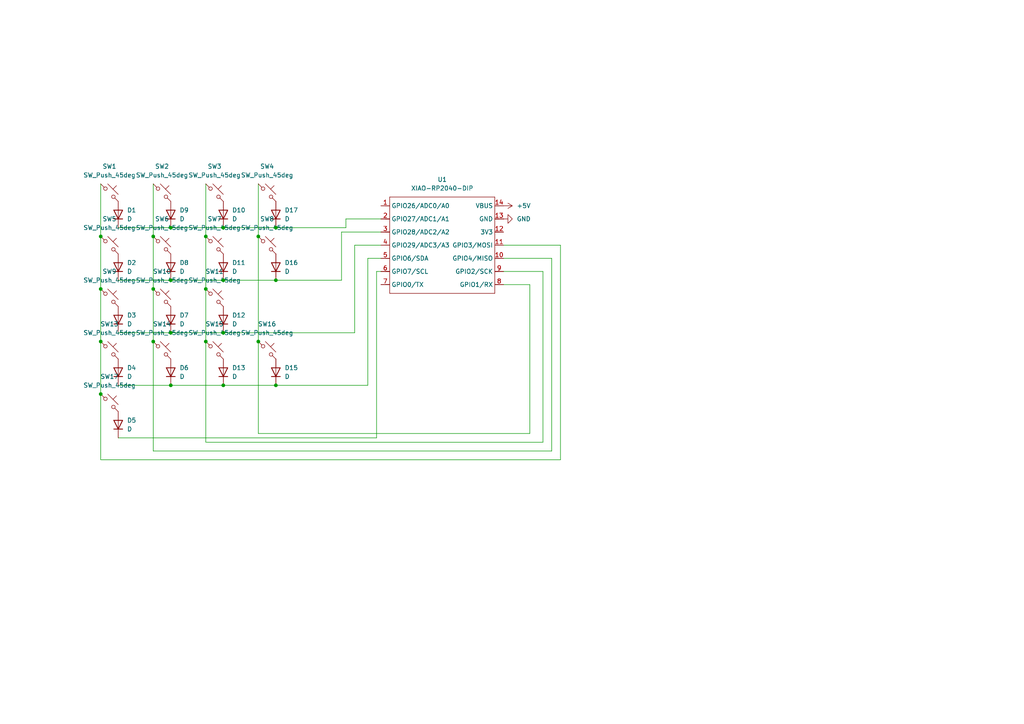
<source format=kicad_sch>
(kicad_sch (version 20250114) (generator "eeschema") (generator_version "9.0")
  (paper "A4")
  (lib_symbols
    (symbol "Device:D" (pin_numbers (hide yes)) (pin_names (offset 1.016) (hide yes))
      (property "Reference" "D" (at 0 2.54 0))
      (property "Value" "D" (at 0 -2.54 0))
      (symbol "D_0_1"
        (polyline (pts (xy -1.27 1.27) (xy -1.27 -1.27)) (stroke (width 0.254)))
        (polyline (pts (xy 1.27 1.27) (xy 1.27 -1.27) (xy -1.27 0) (xy 1.27 1.27)) (stroke (width 0.254)))
        (polyline (pts (xy 1.27 0) (xy -1.27 0)))
      )
      (symbol "D_1_1"
        (pin passive line (at -3.81 0 0) (length 2.54) (name "K") (number "1"))
        (pin passive line (at 3.81 0 180) (length 2.54) (name "A") (number "2"))
      )
    )
    (symbol "OPL:XIAO-RP2040-DIP"
      (property "Reference" "U" (at 0 0 0))
      (property "Value" "XIAO-RP2040-DIP" (at 5.334 -1.778 0))
      (symbol "XIAO-RP2040-DIP_1_0"
        (polyline (pts (xy -1.27 -2.54) (xy 29.21 -2.54)) (stroke (width 0.1524)))
        (polyline (pts (xy -1.27 -5.08) (xy -2.54 -5.08)) (stroke (width 0.1524)))
        (polyline (pts (xy -1.27 -5.08) (xy -1.27 -2.54)) (stroke (width 0.1524)))
        (polyline (pts (xy -1.27 -8.89) (xy -2.54 -8.89)) (stroke (width 0.1524)))
        (polyline (pts (xy -1.27 -8.89) (xy -1.27 -5.08)) (stroke (width 0.1524)))
        (polyline (pts (xy -1.27 -12.7) (xy -2.54 -12.7)) (stroke (width 0.1524)))
        (polyline (pts (xy -1.27 -12.7) (xy -1.27 -8.89)) (stroke (width 0.1524)))
        (polyline (pts (xy -1.27 -16.51) (xy -2.54 -16.51)) (stroke (width 0.1524)))
        (polyline (pts (xy -1.27 -16.51) (xy -1.27 -12.7)) (stroke (width 0.1524)))
        (polyline (pts (xy -1.27 -20.32) (xy -2.54 -20.32)) (stroke (width 0.1524)))
        (polyline (pts (xy -1.27 -24.13) (xy -2.54 -24.13)) (stroke (width 0.1524)))
        (polyline (pts (xy -1.27 -27.94) (xy -2.54 -27.94)) (stroke (width 0.1524)))
        (polyline (pts (xy -1.27 -30.48) (xy -1.27 -16.51)) (stroke (width 0.1524)))
        (polyline (pts (xy 29.21 -2.54) (xy 29.21 -5.08)) (stroke (width 0.1524)))
        (polyline (pts (xy 29.21 -5.08) (xy 29.21 -8.89)) (stroke (width 0.1524)))
        (polyline (pts (xy 29.21 -8.89) (xy 29.21 -12.7)) (stroke (width 0.1524)))
        (polyline (pts (xy 29.21 -12.7) (xy 29.21 -30.48)) (stroke (width 0.1524)))
        (polyline (pts (xy 29.21 -30.48) (xy -1.27 -30.48)) (stroke (width 0.1524)))
        (polyline (pts (xy 30.48 -5.08) (xy 29.21 -5.08)) (stroke (width 0.1524)))
        (polyline (pts (xy 30.48 -8.89) (xy 29.21 -8.89)) (stroke (width 0.1524)))
        (polyline (pts (xy 30.48 -12.7) (xy 29.21 -12.7)) (stroke (width 0.1524)))
        (polyline (pts (xy 30.48 -16.51) (xy 29.21 -16.51)) (stroke (width 0.1524)))
        (polyline (pts (xy 30.48 -20.32) (xy 29.21 -20.32)) (stroke (width 0.1524)))
        (polyline (pts (xy 30.48 -24.13) (xy 29.21 -24.13)) (stroke (width 0.1524)))
        (polyline (pts (xy 30.48 -27.94) (xy 29.21 -27.94)) (stroke (width 0.1524)))
        (pin passive line (at -3.81 -5.08 0) (length 2.54) (name "GPIO26/ADC0/A0") (number "1"))
        (pin passive line (at -3.81 -8.89 0) (length 2.54) (name "GPIO27/ADC1/A1") (number "2"))
        (pin passive line (at -3.81 -12.7 0) (length 2.54) (name "GPIO28/ADC2/A2") (number "3"))
        (pin passive line (at -3.81 -16.51 0) (length 2.54) (name "GPIO29/ADC3/A3") (number "4"))
        (pin passive line (at -3.81 -20.32 0) (length 2.54) (name "GPIO6/SDA") (number "5"))
        (pin passive line (at -3.81 -24.13 0) (length 2.54) (name "GPIO7/SCL") (number "6"))
        (pin passive line (at -3.81 -27.94 0) (length 2.54) (name "GPIO0/TX") (number "7"))
        (pin passive line (at 31.75 -5.08 180) (length 2.54) (name "VBUS") (number "14"))
        (pin passive line (at 31.75 -8.89 180) (length 2.54) (name "GND") (number "13"))
        (pin passive line (at 31.75 -12.7 180) (length 2.54) (name "3V3") (number "12"))
        (pin passive line (at 31.75 -16.51 180) (length 2.54) (name "GPIO3/MOSI") (number "11"))
        (pin passive line (at 31.75 -20.32 180) (length 2.54) (name "GPIO4/MISO") (number "10"))
        (pin passive line (at 31.75 -24.13 180) (length 2.54) (name "GPIO2/SCK") (number "9"))
        (pin passive line (at 31.75 -27.94 180) (length 2.54) (name "GPIO1/RX") (number "8"))
      )
    )
    (symbol "Switch:SW_Push_45deg" (pin_numbers (hide yes)) (pin_names (offset 1.016) (hide yes))
      (property "Reference" "SW" (at 3.048 1.016 0))
      (property "Value" "SW_Push_45deg" (at 0 -3.81 0))
      (symbol "SW_Push_45deg_0_1"
        (polyline (pts (xy -2.54 2.54) (xy -1.524 1.524) (xy -1.524 1.524)))
        (circle (center -1.1684 1.1684) (radius 0.508))
        (polyline (pts (xy -0.508 2.54) (xy 2.54 -0.508)))
        (polyline (pts (xy 1.016 1.016) (xy 2.032 2.032)))
        (circle (center 1.143 -1.1938) (radius 0.508))
        (polyline (pts (xy 1.524 -1.524) (xy 2.54 -2.54) (xy 2.54 -2.54) (xy 2.54 -2.54)))
        (pin passive line (at -2.54 2.54 0) (length 0) (name "1") (number "1"))
        (pin passive line (at 2.54 -2.54 180) (length 0) (name "2") (number "2"))
      )
    )
    (symbol "power:+5V" (power) (pin_numbers (hide yes)) (pin_names (offset 0) (hide yes))
      (property "Value" "+5V" (at 0 3.556 0))
      (symbol "+5V_0_1"
        (polyline (pts (xy -0.762 1.27) (xy 0 2.54)))
        (polyline (pts (xy 0 2.54) (xy 0.762 1.27)))
        (polyline (pts (xy 0 0) (xy 0 2.54)))
      )
      (symbol "+5V_1_1"
        (pin power_in line (at 0 0 90) (length 0) (name "~") (number "1"))
      )
    )
    (symbol "power:GND" (power) (pin_numbers (hide yes)) (pin_names (offset 0) (hide yes))
      (property "Value" "GND" (at 0 -3.81 0))
      (symbol "GND_0_1"
        (polyline (pts (xy 0 0) (xy 0 -1.27) (xy 1.27 -1.27) (xy 0 -2.54) (xy -1.27 -1.27) (xy 0 -1.27)))
      )
      (symbol "GND_1_1"
        (pin power_in line (at 0 0 270) (length 0) (name "~") (number "1"))
      )
    )
  )
  (junction (at 64.77 111.76))
  (junction (at 29.21 99.06))
  (junction (at 29.21 114.3))
  (junction (at 59.69 99.06))
  (junction (at 44.45 83.82))
  (junction (at 49.53 66.04))
  (junction (at 80.01 81.28))
  (junction (at 74.93 68.58))
  (junction (at 64.77 81.28))
  (junction (at 59.69 68.58))
  (junction (at 29.21 68.58))
  (junction (at 80.01 111.76))
  (junction (at 29.21 83.82))
  (junction (at 44.45 99.06))
  (junction (at 64.77 66.04))
  (junction (at 74.93 99.06))
  (junction (at 64.77 96.52))
  (junction (at 59.69 83.82))
  (junction (at 49.53 81.28))
  (junction (at 49.53 96.52))
  (junction (at 49.53 111.76))
  (junction (at 44.45 68.58))
  (junction (at 80.01 66.04))
  (wire (pts (xy 74.93 68.58) (xy 74.93 99.06)))
  (wire (pts (xy 59.69 99.06) (xy 59.69 128.27)))
  (wire (pts (xy 160.02 130.81) (xy 160.02 74.93)))
  (wire (pts (xy 153.67 125.73) (xy 153.67 82.55)))
  (wire (pts (xy 80.01 81.28) (xy 99.06 81.28)))
  (wire (pts (xy 99.06 67.31) (xy 110.49 67.31)))
  (wire (pts (xy 109.22 127) (xy 109.22 78.74)))
  (wire (pts (xy 157.48 78.74) (xy 146.05 78.74)))
  (wire (pts (xy 49.53 111.76) (xy 64.77 111.76)))
  (wire (pts (xy 74.93 99.06) (xy 74.93 125.73)))
  (wire (pts (xy 34.29 66.04) (xy 49.53 66.04)))
  (wire (pts (xy 102.87 96.52) (xy 102.87 71.12)))
  (wire (pts (xy 162.56 133.35) (xy 162.56 71.12)))
  (wire (pts (xy 59.69 83.82) (xy 59.69 99.06)))
  (wire (pts (xy 64.77 81.28) (xy 80.01 81.28)))
  (wire (pts (xy 44.45 130.81) (xy 160.02 130.81)))
  (wire (pts (xy 106.68 111.76) (xy 106.68 74.93)))
  (wire (pts (xy 29.21 53.34) (xy 29.21 68.58)))
  (wire (pts (xy 160.02 74.93) (xy 146.05 74.93)))
  (wire (pts (xy 49.53 66.04) (xy 64.77 66.04)))
  (wire (pts (xy 153.67 82.55) (xy 146.05 82.55)))
  (wire (pts (xy 99.06 81.28) (xy 99.06 67.31)))
  (wire (pts (xy 29.21 99.06) (xy 29.21 114.3)))
  (wire (pts (xy 80.01 111.76) (xy 106.68 111.76)))
  (wire (pts (xy 102.87 71.12) (xy 110.49 71.12)))
  (wire (pts (xy 34.29 81.28) (xy 49.53 81.28)))
  (wire (pts (xy 49.53 96.52) (xy 64.77 96.52)))
  (wire (pts (xy 106.68 74.93) (xy 110.49 74.93)))
  (wire (pts (xy 44.45 53.34) (xy 44.45 68.58)))
  (wire (pts (xy 100.33 63.5) (xy 110.49 63.5)))
  (wire (pts (xy 80.01 66.04) (xy 100.33 66.04)))
  (wire (pts (xy 100.33 66.04) (xy 100.33 63.5)))
  (wire (pts (xy 34.29 127) (xy 109.22 127)))
  (wire (pts (xy 64.77 66.04) (xy 80.01 66.04)))
  (wire (pts (xy 59.69 128.27) (xy 157.48 128.27)))
  (wire (pts (xy 162.56 71.12) (xy 146.05 71.12)))
  (wire (pts (xy 44.45 83.82) (xy 44.45 99.06)))
  (wire (pts (xy 49.53 81.28) (xy 64.77 81.28)))
  (wire (pts (xy 157.48 128.27) (xy 157.48 78.74)))
  (wire (pts (xy 29.21 114.3) (xy 29.21 133.35)))
  (wire (pts (xy 74.93 125.73) (xy 153.67 125.73)))
  (wire (pts (xy 59.69 68.58) (xy 59.69 83.82)))
  (wire (pts (xy 29.21 83.82) (xy 29.21 99.06)))
  (wire (pts (xy 59.69 53.34) (xy 59.69 68.58)))
  (wire (pts (xy 44.45 68.58) (xy 44.45 83.82)))
  (wire (pts (xy 64.77 96.52) (xy 102.87 96.52)))
  (wire (pts (xy 29.21 68.58) (xy 29.21 83.82)))
  (wire (pts (xy 29.21 133.35) (xy 162.56 133.35)))
  (wire (pts (xy 109.22 78.74) (xy 110.49 78.74)))
  (wire (pts (xy 34.29 96.52) (xy 49.53 96.52)))
  (wire (pts (xy 74.93 53.34) (xy 74.93 68.58)))
  (wire (pts (xy 64.77 111.76) (xy 80.01 111.76)))
  (wire (pts (xy 44.45 99.06) (xy 44.45 130.81)))
  (wire (pts (xy 34.29 111.76) (xy 49.53 111.76)))
  (symbol (lib_id "Switch:SW_Push_45deg") (at 62.23 86.36 0) (unit 1)
    (property "Reference" "SW11" (at 62.23 78.74 0))
    (property "Value" "SW_Push_45deg" (at 62.23 81.28 0))
    (property "Footprint" "Button_Switch_Keyboard:SW_Cherry_MX_1.00u_PCB" (effects (hide yes)))
    (property "Description" "Push button switch, normally open, two pins, 45° tilted" (effects (hide yes)))
  )
  (symbol (lib_id "Device:D") (at 34.29 92.71 90) (unit 1)
    (property "Reference" "D3" (at 36.83 91.4399 90) (effects (justify right)))
    (property "Value" "D" (at 36.83 93.9799 90) (effects (justify right)))
    (property "Footprint" "Diode_THT:D_DO-35_SOD27_P7.62mm_Horizontal" (effects (hide yes)))
    (property "Description" "Diode" (effects (hide yes)))
    (property "Sim.Device" "D" (effects (hide yes)))
    (property "Sim.Pins" "1=K 2=A" (effects (hide yes)))
  )
  (symbol (lib_id "power:GND") (at 146.05 63.5 90) (unit 1)
    (property "Reference" "#PWR02" (effects (hide yes)))
    (property "Value" "GND" (at 149.86 63.4999 90) (effects (justify right)))
    (property "Description" "Power symbol creates a global label with name \"GND\" , ground" (effects (hide yes)))
  )
  (symbol (lib_id "Device:D") (at 49.53 77.47 90) (unit 1)
    (property "Reference" "D8" (at 52.07 76.1999 90) (effects (justify right)))
    (property "Value" "D" (at 52.07 78.7399 90) (effects (justify right)))
    (property "Footprint" "Diode_THT:D_DO-35_SOD27_P7.62mm_Horizontal" (effects (hide yes)))
    (property "Description" "Diode" (effects (hide yes)))
    (property "Sim.Device" "D" (effects (hide yes)))
    (property "Sim.Pins" "1=K 2=A" (effects (hide yes)))
  )
  (symbol (lib_id "Switch:SW_Push_45deg") (at 46.99 55.88 0) (unit 1)
    (property "Reference" "SW2" (at 46.99 48.26 0))
    (property "Value" "SW_Push_45deg" (at 46.99 50.8 0))
    (property "Footprint" "Button_Switch_Keyboard:SW_Cherry_MX_1.00u_PCB" (effects (hide yes)))
    (property "Description" "Push button switch, normally open, two pins, 45° tilted" (effects (hide yes)))
  )
  (symbol (lib_id "Device:D") (at 49.53 92.71 90) (unit 1)
    (property "Reference" "D7" (at 52.07 91.4399 90) (effects (justify right)))
    (property "Value" "D" (at 52.07 93.9799 90) (effects (justify right)))
    (property "Footprint" "Diode_THT:D_DO-35_SOD27_P7.62mm_Horizontal" (effects (hide yes)))
    (property "Description" "Diode" (effects (hide yes)))
    (property "Sim.Device" "D" (effects (hide yes)))
    (property "Sim.Pins" "1=K 2=A" (effects (hide yes)))
  )
  (symbol (lib_id "Switch:SW_Push_45deg") (at 62.23 55.88 0) (unit 1)
    (property "Reference" "SW3" (at 62.23 48.26 0))
    (property "Value" "SW_Push_45deg" (at 62.23 50.8 0))
    (property "Footprint" "Button_Switch_Keyboard:SW_Cherry_MX_1.00u_PCB" (effects (hide yes)))
    (property "Description" "Push button switch, normally open, two pins, 45° tilted" (effects (hide yes)))
  )
  (symbol (lib_id "Device:D") (at 80.01 62.23 90) (unit 1)
    (property "Reference" "D17" (at 82.55 60.9599 90) (effects (justify right)))
    (property "Value" "D" (at 82.55 63.4999 90) (effects (justify right)))
    (property "Footprint" "Diode_THT:D_DO-35_SOD27_P7.62mm_Horizontal" (effects (hide yes)))
    (property "Description" "Diode" (effects (hide yes)))
    (property "Sim.Device" "D" (effects (hide yes)))
    (property "Sim.Pins" "1=K 2=A" (effects (hide yes)))
  )
  (symbol (lib_id "Switch:SW_Push_45deg") (at 46.99 86.36 0) (unit 1)
    (property "Reference" "SW10" (at 46.99 78.74 0))
    (property "Value" "SW_Push_45deg" (at 46.99 81.28 0))
    (property "Footprint" "Button_Switch_Keyboard:SW_Cherry_MX_1.00u_PCB" (effects (hide yes)))
    (property "Description" "Push button switch, normally open, two pins, 45° tilted" (effects (hide yes)))
  )
  (symbol (lib_id "Device:D") (at 64.77 77.47 90) (unit 1)
    (property "Reference" "D11" (at 67.31 76.1999 90) (effects (justify right)))
    (property "Value" "D" (at 67.31 78.7399 90) (effects (justify right)))
    (property "Footprint" "Diode_THT:D_DO-35_SOD27_P7.62mm_Horizontal" (effects (hide yes)))
    (property "Description" "Diode" (effects (hide yes)))
    (property "Sim.Device" "D" (effects (hide yes)))
    (property "Sim.Pins" "1=K 2=A" (effects (hide yes)))
  )
  (symbol (lib_id "Switch:SW_Push_45deg") (at 31.75 71.12 0) (unit 1)
    (property "Reference" "SW5" (at 31.75 63.5 0))
    (property "Value" "SW_Push_45deg" (at 31.75 66.04 0))
    (property "Footprint" "Button_Switch_Keyboard:SW_Cherry_MX_1.00u_PCB" (effects (hide yes)))
    (property "Description" "Push button switch, normally open, two pins, 45° tilted" (effects (hide yes)))
  )
  (symbol (lib_id "OPL:XIAO-RP2040-DIP") (at 114.3 54.61 0) (unit 1)
    (property "Reference" "U1" (at 128.27 52.07 0))
    (property "Value" "XIAO-RP2040-DIP" (at 128.27 54.61 0))
    (property "Footprint" "OPL:XIAO-RP2040-SMD" (effects (hide yes)))
  )
  (symbol (lib_id "Switch:SW_Push_45deg") (at 46.99 101.6 0) (unit 1)
    (property "Reference" "SW14" (at 46.99 93.98 0))
    (property "Value" "SW_Push_45deg" (at 46.99 96.52 0))
    (property "Footprint" "Button_Switch_Keyboard:SW_Cherry_MX_1.00u_PCB" (effects (hide yes)))
    (property "Description" "Push button switch, normally open, two pins, 45° tilted" (effects (hide yes)))
  )
  (symbol (lib_id "Switch:SW_Push_45deg") (at 31.75 55.88 0) (unit 1)
    (property "Reference" "SW1" (at 31.75 48.26 0))
    (property "Value" "SW_Push_45deg" (at 31.75 50.8 0))
    (property "Footprint" "Button_Switch_Keyboard:SW_Cherry_MX_1.00u_PCB" (effects (hide yes)))
    (property "Description" "Push button switch, normally open, two pins, 45° tilted" (effects (hide yes)))
  )
  (symbol (lib_id "Device:D") (at 64.77 92.71 90) (unit 1)
    (property "Reference" "D12" (at 67.31 91.4399 90) (effects (justify right)))
    (property "Value" "D" (at 67.31 93.9799 90) (effects (justify right)))
    (property "Footprint" "Diode_THT:D_DO-35_SOD27_P7.62mm_Horizontal" (effects (hide yes)))
    (property "Description" "Diode" (effects (hide yes)))
    (property "Sim.Device" "D" (effects (hide yes)))
    (property "Sim.Pins" "1=K 2=A" (effects (hide yes)))
  )
  (symbol (lib_id "Switch:SW_Push_45deg") (at 62.23 101.6 0) (unit 1)
    (property "Reference" "SW15" (at 62.23 93.98 0))
    (property "Value" "SW_Push_45deg" (at 62.23 96.52 0))
    (property "Footprint" "Button_Switch_Keyboard:SW_Cherry_MX_1.00u_PCB" (effects (hide yes)))
    (property "Description" "Push button switch, normally open, two pins, 45° tilted" (effects (hide yes)))
  )
  (symbol (lib_id "Device:D") (at 34.29 77.47 90) (unit 1)
    (property "Reference" "D2" (at 36.83 76.1999 90) (effects (justify right)))
    (property "Value" "D" (at 36.83 78.7399 90) (effects (justify right)))
    (property "Footprint" "Diode_THT:D_DO-35_SOD27_P7.62mm_Horizontal" (effects (hide yes)))
    (property "Description" "Diode" (effects (hide yes)))
    (property "Sim.Device" "D" (effects (hide yes)))
    (property "Sim.Pins" "1=K 2=A" (effects (hide yes)))
  )
  (symbol (lib_id "Switch:SW_Push_45deg") (at 31.75 101.6 0) (unit 1)
    (property "Reference" "SW13" (at 31.75 93.98 0))
    (property "Value" "SW_Push_45deg" (at 31.75 96.52 0))
    (property "Footprint" "Button_Switch_Keyboard:SW_Cherry_MX_1.00u_PCB" (effects (hide yes)))
    (property "Description" "Push button switch, normally open, two pins, 45° tilted" (effects (hide yes)))
  )
  (symbol (lib_id "Device:D") (at 64.77 62.23 90) (unit 1)
    (property "Reference" "D10" (at 67.31 60.9599 90) (effects (justify right)))
    (property "Value" "D" (at 67.31 63.4999 90) (effects (justify right)))
    (property "Footprint" "Diode_THT:D_DO-35_SOD27_P7.62mm_Horizontal" (effects (hide yes)))
    (property "Description" "Diode" (effects (hide yes)))
    (property "Sim.Device" "D" (effects (hide yes)))
    (property "Sim.Pins" "1=K 2=A" (effects (hide yes)))
  )
  (symbol (lib_id "Switch:SW_Push_45deg") (at 77.47 101.6 0) (unit 1)
    (property "Reference" "SW16" (at 77.47 93.98 0))
    (property "Value" "SW_Push_45deg" (at 77.47 96.52 0))
    (property "Footprint" "Button_Switch_Keyboard:SW_Cherry_MX_2.00u_Vertical_PCB" (effects (hide yes)))
    (property "Description" "Push button switch, normally open, two pins, 45° tilted" (effects (hide yes)))
  )
  (symbol (lib_id "Switch:SW_Push_45deg") (at 31.75 116.84 0) (unit 1)
    (property "Reference" "SW17" (at 31.75 109.22 0))
    (property "Value" "SW_Push_45deg" (at 31.75 111.76 0))
    (property "Footprint" "Button_Switch_Keyboard:SW_Cherry_MX_2.00u_PCB" (effects (hide yes)))
    (property "Description" "Push button switch, normally open, two pins, 45° tilted" (effects (hide yes)))
  )
  (symbol (lib_id "Device:D") (at 49.53 62.23 90) (unit 1)
    (property "Reference" "D9" (at 52.07 60.9599 90) (effects (justify right)))
    (property "Value" "D" (at 52.07 63.4999 90) (effects (justify right)))
    (property "Footprint" "Diode_THT:D_DO-35_SOD27_P7.62mm_Horizontal" (effects (hide yes)))
    (property "Description" "Diode" (effects (hide yes)))
    (property "Sim.Device" "D" (effects (hide yes)))
    (property "Sim.Pins" "1=K 2=A" (effects (hide yes)))
  )
  (symbol (lib_id "Device:D") (at 49.53 107.95 90) (unit 1)
    (property "Reference" "D6" (at 52.07 106.6799 90) (effects (justify right)))
    (property "Value" "D" (at 52.07 109.2199 90) (effects (justify right)))
    (property "Footprint" "Diode_THT:D_DO-35_SOD27_P7.62mm_Horizontal" (effects (hide yes)))
    (property "Description" "Diode" (effects (hide yes)))
    (property "Sim.Device" "D" (effects (hide yes)))
    (property "Sim.Pins" "1=K 2=A" (effects (hide yes)))
  )
  (symbol (lib_id "Device:D") (at 34.29 62.23 90) (unit 1)
    (property "Reference" "D1" (at 36.83 60.9599 90) (effects (justify right)))
    (property "Value" "D" (at 36.83 63.4999 90) (effects (justify right)))
    (property "Footprint" "Diode_THT:D_DO-35_SOD27_P7.62mm_Horizontal" (effects (hide yes)))
    (property "Description" "Diode" (effects (hide yes)))
    (property "Sim.Device" "D" (effects (hide yes)))
    (property "Sim.Pins" "1=K 2=A" (effects (hide yes)))
  )
  (symbol (lib_id "Device:D") (at 80.01 77.47 90) (unit 1)
    (property "Reference" "D16" (at 82.55 76.1999 90) (effects (justify right)))
    (property "Value" "D" (at 82.55 78.7399 90) (effects (justify right)))
    (property "Footprint" "Diode_THT:D_DO-35_SOD27_P7.62mm_Horizontal" (effects (hide yes)))
    (property "Description" "Diode" (effects (hide yes)))
    (property "Sim.Device" "D" (effects (hide yes)))
    (property "Sim.Pins" "1=K 2=A" (effects (hide yes)))
  )
  (symbol (lib_id "Switch:SW_Push_45deg") (at 77.47 71.12 0) (unit 1)
    (property "Reference" "SW8" (at 77.47 63.5 0))
    (property "Value" "SW_Push_45deg" (at 77.47 66.04 0))
    (property "Footprint" "Button_Switch_Keyboard:SW_Cherry_MX_2.00u_Vertical_PCB" (effects (hide yes)))
    (property "Description" "Push button switch, normally open, two pins, 45° tilted" (effects (hide yes)))
  )
  (symbol (lib_id "Device:D") (at 34.29 107.95 90) (unit 1)
    (property "Reference" "D4" (at 36.83 106.6799 90) (effects (justify right)))
    (property "Value" "D" (at 36.83 109.2199 90) (effects (justify right)))
    (property "Footprint" "Diode_THT:D_DO-35_SOD27_P7.62mm_Horizontal" (effects (hide yes)))
    (property "Description" "Diode" (effects (hide yes)))
    (property "Sim.Device" "D" (effects (hide yes)))
    (property "Sim.Pins" "1=K 2=A" (effects (hide yes)))
  )
  (symbol (lib_id "Device:D") (at 64.77 107.95 90) (unit 1)
    (property "Reference" "D13" (at 67.31 106.6799 90) (effects (justify right)))
    (property "Value" "D" (at 67.31 109.2199 90) (effects (justify right)))
    (property "Footprint" "Diode_THT:D_DO-35_SOD27_P7.62mm_Horizontal" (effects (hide yes)))
    (property "Description" "Diode" (effects (hide yes)))
    (property "Sim.Device" "D" (effects (hide yes)))
    (property "Sim.Pins" "1=K 2=A" (effects (hide yes)))
  )
  (symbol (lib_id "power:+5V") (at 146.05 59.69 270) (unit 1)
    (property "Reference" "#PWR01" (effects (hide yes)))
    (property "Value" "+5V" (at 149.86 59.6899 90) (effects (justify left)))
    (property "Description" "Power symbol creates a global label with name \"+5V\"" (effects (hide yes)))
  )
  (symbol (lib_id "Switch:SW_Push_45deg") (at 46.99 71.12 0) (unit 1)
    (property "Reference" "SW6" (at 46.99 63.5 0))
    (property "Value" "SW_Push_45deg" (at 46.99 66.04 0))
    (property "Footprint" "Button_Switch_Keyboard:SW_Cherry_MX_1.00u_PCB" (effects (hide yes)))
    (property "Description" "Push button switch, normally open, two pins, 45° tilted" (effects (hide yes)))
  )
  (symbol (lib_id "Device:D") (at 80.01 107.95 90) (unit 1)
    (property "Reference" "D15" (at 82.55 106.6799 90) (effects (justify right)))
    (property "Value" "D" (at 82.55 109.2199 90) (effects (justify right)))
    (property "Footprint" "Diode_THT:D_DO-35_SOD27_P7.62mm_Horizontal" (effects (hide yes)))
    (property "Description" "Diode" (effects (hide yes)))
    (property "Sim.Device" "D" (effects (hide yes)))
    (property "Sim.Pins" "1=K 2=A" (effects (hide yes)))
  )
  (symbol (lib_id "Switch:SW_Push_45deg") (at 62.23 71.12 0) (unit 1)
    (property "Reference" "SW7" (at 62.23 63.5 0))
    (property "Value" "SW_Push_45deg" (at 62.23 66.04 0))
    (property "Footprint" "Button_Switch_Keyboard:SW_Cherry_MX_1.00u_PCB" (effects (hide yes)))
    (property "Description" "Push button switch, normally open, two pins, 45° tilted" (effects (hide yes)))
  )
  (symbol (lib_id "Switch:SW_Push_45deg") (at 31.75 86.36 0) (unit 1)
    (property "Reference" "SW9" (at 31.75 78.74 0))
    (property "Value" "SW_Push_45deg" (at 31.75 81.28 0))
    (property "Footprint" "Button_Switch_Keyboard:SW_Cherry_MX_1.00u_PCB" (effects (hide yes)))
    (property "Description" "Push button switch, normally open, two pins, 45° tilted" (effects (hide yes)))
  )
  (symbol (lib_id "Device:D") (at 34.29 123.19 90) (unit 1)
    (property "Reference" "D5" (at 36.83 121.9199 90) (effects (justify right)))
    (property "Value" "D" (at 36.83 124.4599 90) (effects (justify right)))
    (property "Footprint" "Diode_THT:D_DO-35_SOD27_P7.62mm_Horizontal" (effects (hide yes)))
    (property "Description" "Diode" (effects (hide yes)))
    (property "Sim.Device" "D" (effects (hide yes)))
    (property "Sim.Pins" "1=K 2=A" (effects (hide yes)))
  )
  (symbol (lib_id "Switch:SW_Push_45deg") (at 77.47 55.88 0) (unit 1)
    (property "Reference" "SW4" (at 77.47 48.26 0))
    (property "Value" "SW_Push_45deg" (at 77.47 50.8 0))
    (property "Footprint" "Button_Switch_Keyboard:SW_Cherry_MX_1.00u_PCB" (effects (hide yes)))
    (property "Description" "Push button switch, normally open, two pins, 45° tilted" (effects (hide yes)))
  )
)
</source>
